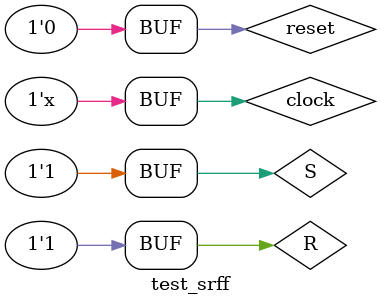
<source format=sv>
module test_srff;
  reg S,R,clock,reset;
  wire Q,Qbar;
  srff u1(Q,Qbar,S,R,clock,reset);
  always #5 clock=!clock;
  initial begin
    $dumpfile("dump.vcd"); $dumpvars;
    clock = 0; S = 0; R = 0;
    reset = 1;
    #10 reset = 0;
    #20 S = 0; R = 1;
    #20 S = 1; R = 0;
    #20 S = 1; R = 1;
  end
endmodule
</source>
